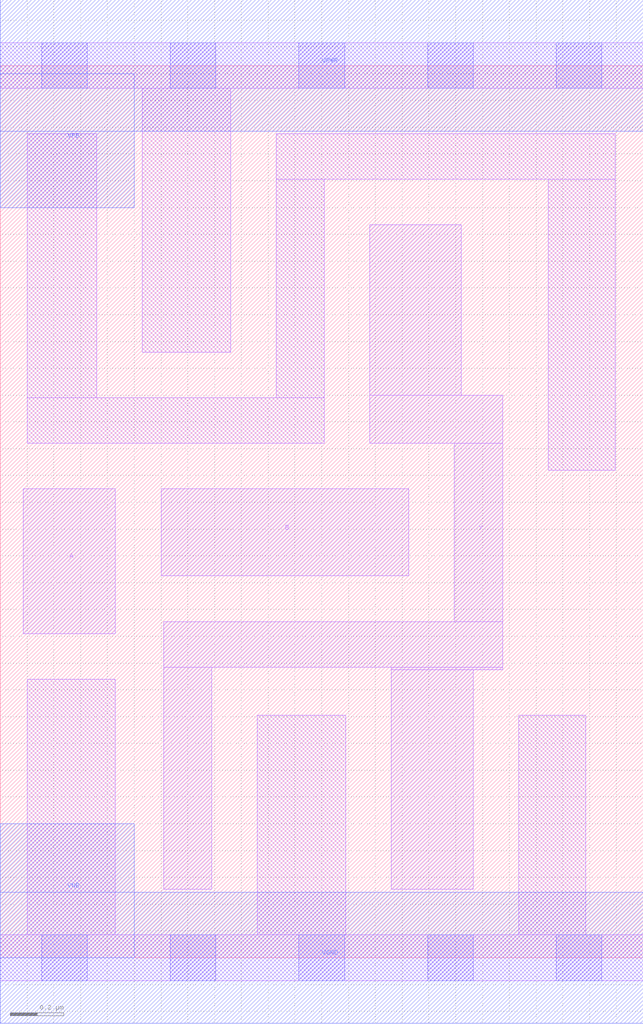
<source format=lef>
# Copyright 2020 The SkyWater PDK Authors
#
# Licensed under the Apache License, Version 2.0 (the "License");
# you may not use this file except in compliance with the License.
# You may obtain a copy of the License at
#
#     https://www.apache.org/licenses/LICENSE-2.0
#
# Unless required by applicable law or agreed to in writing, software
# distributed under the License is distributed on an "AS IS" BASIS,
# WITHOUT WARRANTIES OR CONDITIONS OF ANY KIND, either express or implied.
# See the License for the specific language governing permissions and
# limitations under the License.
#
# SPDX-License-Identifier: Apache-2.0

VERSION 5.5 ;
NAMESCASESENSITIVE ON ;
BUSBITCHARS "[]" ;
DIVIDERCHAR "/" ;
MACRO sky130_fd_sc_lp__nor2_2
  CLASS CORE ;
  SOURCE USER ;
  ORIGIN  0.000000  0.000000 ;
  SIZE  2.400000 BY  3.330000 ;
  SYMMETRY X Y R90 ;
  SITE unit ;
  PIN A
    ANTENNAGATEAREA  0.630000 ;
    DIRECTION INPUT ;
    USE SIGNAL ;
    PORT
      LAYER li1 ;
        RECT 0.085000 1.210000 0.430000 1.750000 ;
    END
  END A
  PIN B
    ANTENNAGATEAREA  0.630000 ;
    DIRECTION INPUT ;
    USE SIGNAL ;
    PORT
      LAYER li1 ;
        RECT 0.600000 1.425000 1.525000 1.750000 ;
    END
  END B
  PIN Y
    ANTENNADIFFAREA  0.823200 ;
    DIRECTION OUTPUT ;
    USE SIGNAL ;
    PORT
      LAYER li1 ;
        RECT 0.610000 0.255000 0.790000 1.085000 ;
        RECT 0.610000 1.085000 1.875000 1.255000 ;
        RECT 1.380000 1.920000 1.875000 2.100000 ;
        RECT 1.380000 2.100000 1.720000 2.735000 ;
        RECT 1.460000 0.255000 1.765000 1.075000 ;
        RECT 1.460000 1.075000 1.875000 1.085000 ;
        RECT 1.695000 1.255000 1.875000 1.920000 ;
    END
  END Y
  PIN VGND
    DIRECTION INOUT ;
    USE GROUND ;
    PORT
      LAYER met1 ;
        RECT 0.000000 -0.245000 2.400000 0.245000 ;
    END
  END VGND
  PIN VNB
    DIRECTION INOUT ;
    USE GROUND ;
    PORT
      LAYER met1 ;
        RECT 0.000000 0.000000 0.500000 0.500000 ;
    END
  END VNB
  PIN VPB
    DIRECTION INOUT ;
    USE POWER ;
    PORT
      LAYER met1 ;
        RECT 0.000000 2.800000 0.500000 3.300000 ;
    END
  END VPB
  PIN VPWR
    DIRECTION INOUT ;
    USE POWER ;
    PORT
      LAYER met1 ;
        RECT 0.000000 3.085000 2.400000 3.575000 ;
    END
  END VPWR
  OBS
    LAYER li1 ;
      RECT 0.000000 -0.085000 2.400000 0.085000 ;
      RECT 0.000000  3.245000 2.400000 3.415000 ;
      RECT 0.100000  0.085000 0.430000 1.040000 ;
      RECT 0.100000  1.920000 1.210000 2.090000 ;
      RECT 0.100000  2.090000 0.360000 3.075000 ;
      RECT 0.530000  2.260000 0.860000 3.245000 ;
      RECT 0.960000  0.085000 1.290000 0.905000 ;
      RECT 1.030000  2.090000 1.210000 2.905000 ;
      RECT 1.030000  2.905000 2.295000 3.075000 ;
      RECT 1.935000  0.085000 2.185000 0.905000 ;
      RECT 2.045000  1.820000 2.295000 2.905000 ;
    LAYER mcon ;
      RECT 0.155000 -0.085000 0.325000 0.085000 ;
      RECT 0.155000  3.245000 0.325000 3.415000 ;
      RECT 0.635000 -0.085000 0.805000 0.085000 ;
      RECT 0.635000  3.245000 0.805000 3.415000 ;
      RECT 1.115000 -0.085000 1.285000 0.085000 ;
      RECT 1.115000  3.245000 1.285000 3.415000 ;
      RECT 1.595000 -0.085000 1.765000 0.085000 ;
      RECT 1.595000  3.245000 1.765000 3.415000 ;
      RECT 2.075000 -0.085000 2.245000 0.085000 ;
      RECT 2.075000  3.245000 2.245000 3.415000 ;
  END
END sky130_fd_sc_lp__nor2_2
END LIBRARY

</source>
